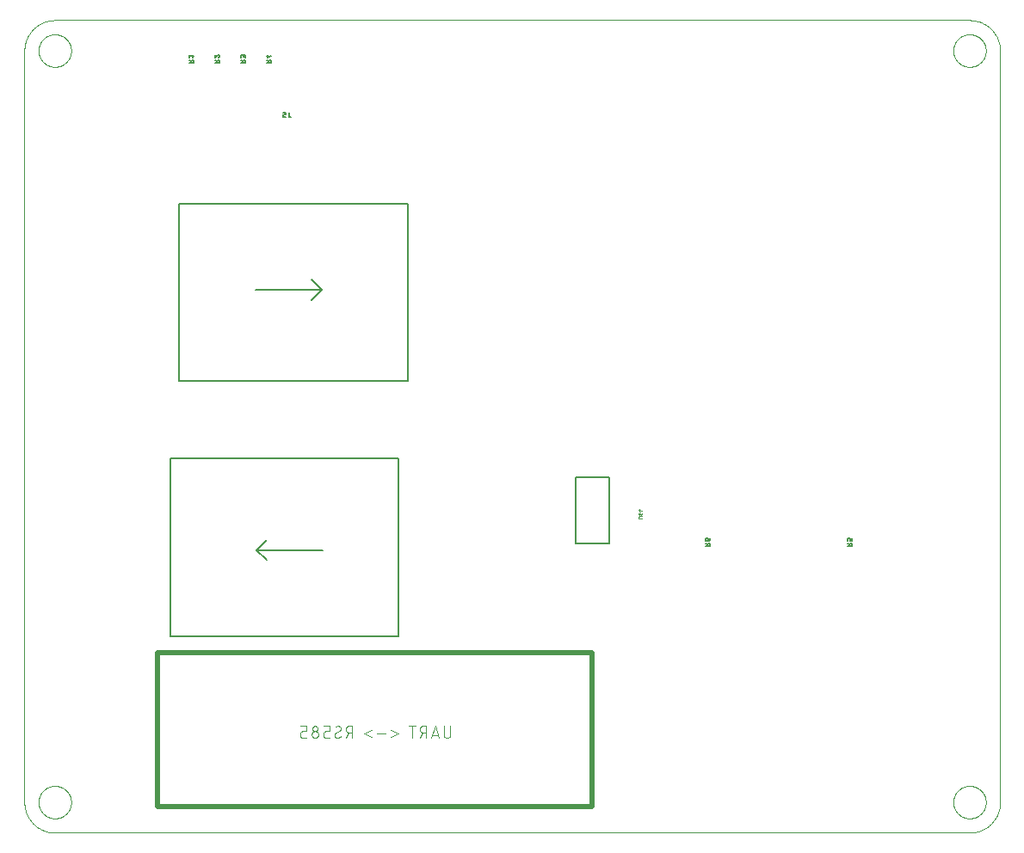
<source format=gbo>
G75*
%MOIN*%
%OFA0B0*%
%FSLAX25Y25*%
%IPPOS*%
%LPD*%
%AMOC8*
5,1,8,0,0,1.08239X$1,22.5*
%
%ADD10C,0.00000*%
%ADD11C,0.00500*%
%ADD12C,0.00800*%
%ADD13C,0.00100*%
%ADD14C,0.01969*%
%ADD15C,0.00400*%
D10*
X0015000Y0012811D02*
X0015000Y0304150D01*
X0020512Y0304150D02*
X0020514Y0304308D01*
X0020520Y0304466D01*
X0020530Y0304624D01*
X0020544Y0304782D01*
X0020562Y0304939D01*
X0020583Y0305096D01*
X0020609Y0305252D01*
X0020639Y0305408D01*
X0020672Y0305563D01*
X0020710Y0305716D01*
X0020751Y0305869D01*
X0020796Y0306021D01*
X0020845Y0306172D01*
X0020898Y0306321D01*
X0020954Y0306469D01*
X0021014Y0306615D01*
X0021078Y0306760D01*
X0021146Y0306903D01*
X0021217Y0307045D01*
X0021291Y0307185D01*
X0021369Y0307322D01*
X0021451Y0307458D01*
X0021535Y0307592D01*
X0021624Y0307723D01*
X0021715Y0307852D01*
X0021810Y0307979D01*
X0021907Y0308104D01*
X0022008Y0308226D01*
X0022112Y0308345D01*
X0022219Y0308462D01*
X0022329Y0308576D01*
X0022442Y0308687D01*
X0022557Y0308796D01*
X0022675Y0308901D01*
X0022796Y0309003D01*
X0022919Y0309103D01*
X0023045Y0309199D01*
X0023173Y0309292D01*
X0023303Y0309382D01*
X0023436Y0309468D01*
X0023571Y0309552D01*
X0023707Y0309631D01*
X0023846Y0309708D01*
X0023987Y0309780D01*
X0024129Y0309850D01*
X0024273Y0309915D01*
X0024419Y0309977D01*
X0024566Y0310035D01*
X0024715Y0310090D01*
X0024865Y0310141D01*
X0025016Y0310188D01*
X0025168Y0310231D01*
X0025321Y0310270D01*
X0025476Y0310306D01*
X0025631Y0310337D01*
X0025787Y0310365D01*
X0025943Y0310389D01*
X0026100Y0310409D01*
X0026258Y0310425D01*
X0026415Y0310437D01*
X0026574Y0310445D01*
X0026732Y0310449D01*
X0026890Y0310449D01*
X0027048Y0310445D01*
X0027207Y0310437D01*
X0027364Y0310425D01*
X0027522Y0310409D01*
X0027679Y0310389D01*
X0027835Y0310365D01*
X0027991Y0310337D01*
X0028146Y0310306D01*
X0028301Y0310270D01*
X0028454Y0310231D01*
X0028606Y0310188D01*
X0028757Y0310141D01*
X0028907Y0310090D01*
X0029056Y0310035D01*
X0029203Y0309977D01*
X0029349Y0309915D01*
X0029493Y0309850D01*
X0029635Y0309780D01*
X0029776Y0309708D01*
X0029915Y0309631D01*
X0030051Y0309552D01*
X0030186Y0309468D01*
X0030319Y0309382D01*
X0030449Y0309292D01*
X0030577Y0309199D01*
X0030703Y0309103D01*
X0030826Y0309003D01*
X0030947Y0308901D01*
X0031065Y0308796D01*
X0031180Y0308687D01*
X0031293Y0308576D01*
X0031403Y0308462D01*
X0031510Y0308345D01*
X0031614Y0308226D01*
X0031715Y0308104D01*
X0031812Y0307979D01*
X0031907Y0307852D01*
X0031998Y0307723D01*
X0032087Y0307592D01*
X0032171Y0307458D01*
X0032253Y0307322D01*
X0032331Y0307185D01*
X0032405Y0307045D01*
X0032476Y0306903D01*
X0032544Y0306760D01*
X0032608Y0306615D01*
X0032668Y0306469D01*
X0032724Y0306321D01*
X0032777Y0306172D01*
X0032826Y0306021D01*
X0032871Y0305869D01*
X0032912Y0305716D01*
X0032950Y0305563D01*
X0032983Y0305408D01*
X0033013Y0305252D01*
X0033039Y0305096D01*
X0033060Y0304939D01*
X0033078Y0304782D01*
X0033092Y0304624D01*
X0033102Y0304466D01*
X0033108Y0304308D01*
X0033110Y0304150D01*
X0033108Y0303992D01*
X0033102Y0303834D01*
X0033092Y0303676D01*
X0033078Y0303518D01*
X0033060Y0303361D01*
X0033039Y0303204D01*
X0033013Y0303048D01*
X0032983Y0302892D01*
X0032950Y0302737D01*
X0032912Y0302584D01*
X0032871Y0302431D01*
X0032826Y0302279D01*
X0032777Y0302128D01*
X0032724Y0301979D01*
X0032668Y0301831D01*
X0032608Y0301685D01*
X0032544Y0301540D01*
X0032476Y0301397D01*
X0032405Y0301255D01*
X0032331Y0301115D01*
X0032253Y0300978D01*
X0032171Y0300842D01*
X0032087Y0300708D01*
X0031998Y0300577D01*
X0031907Y0300448D01*
X0031812Y0300321D01*
X0031715Y0300196D01*
X0031614Y0300074D01*
X0031510Y0299955D01*
X0031403Y0299838D01*
X0031293Y0299724D01*
X0031180Y0299613D01*
X0031065Y0299504D01*
X0030947Y0299399D01*
X0030826Y0299297D01*
X0030703Y0299197D01*
X0030577Y0299101D01*
X0030449Y0299008D01*
X0030319Y0298918D01*
X0030186Y0298832D01*
X0030051Y0298748D01*
X0029915Y0298669D01*
X0029776Y0298592D01*
X0029635Y0298520D01*
X0029493Y0298450D01*
X0029349Y0298385D01*
X0029203Y0298323D01*
X0029056Y0298265D01*
X0028907Y0298210D01*
X0028757Y0298159D01*
X0028606Y0298112D01*
X0028454Y0298069D01*
X0028301Y0298030D01*
X0028146Y0297994D01*
X0027991Y0297963D01*
X0027835Y0297935D01*
X0027679Y0297911D01*
X0027522Y0297891D01*
X0027364Y0297875D01*
X0027207Y0297863D01*
X0027048Y0297855D01*
X0026890Y0297851D01*
X0026732Y0297851D01*
X0026574Y0297855D01*
X0026415Y0297863D01*
X0026258Y0297875D01*
X0026100Y0297891D01*
X0025943Y0297911D01*
X0025787Y0297935D01*
X0025631Y0297963D01*
X0025476Y0297994D01*
X0025321Y0298030D01*
X0025168Y0298069D01*
X0025016Y0298112D01*
X0024865Y0298159D01*
X0024715Y0298210D01*
X0024566Y0298265D01*
X0024419Y0298323D01*
X0024273Y0298385D01*
X0024129Y0298450D01*
X0023987Y0298520D01*
X0023846Y0298592D01*
X0023707Y0298669D01*
X0023571Y0298748D01*
X0023436Y0298832D01*
X0023303Y0298918D01*
X0023173Y0299008D01*
X0023045Y0299101D01*
X0022919Y0299197D01*
X0022796Y0299297D01*
X0022675Y0299399D01*
X0022557Y0299504D01*
X0022442Y0299613D01*
X0022329Y0299724D01*
X0022219Y0299838D01*
X0022112Y0299955D01*
X0022008Y0300074D01*
X0021907Y0300196D01*
X0021810Y0300321D01*
X0021715Y0300448D01*
X0021624Y0300577D01*
X0021535Y0300708D01*
X0021451Y0300842D01*
X0021369Y0300978D01*
X0021291Y0301115D01*
X0021217Y0301255D01*
X0021146Y0301397D01*
X0021078Y0301540D01*
X0021014Y0301685D01*
X0020954Y0301831D01*
X0020898Y0301979D01*
X0020845Y0302128D01*
X0020796Y0302279D01*
X0020751Y0302431D01*
X0020710Y0302584D01*
X0020672Y0302737D01*
X0020639Y0302892D01*
X0020609Y0303048D01*
X0020583Y0303204D01*
X0020562Y0303361D01*
X0020544Y0303518D01*
X0020530Y0303676D01*
X0020520Y0303834D01*
X0020514Y0303992D01*
X0020512Y0304150D01*
X0015000Y0304150D02*
X0015003Y0304435D01*
X0015014Y0304721D01*
X0015031Y0305006D01*
X0015055Y0305290D01*
X0015086Y0305574D01*
X0015124Y0305857D01*
X0015169Y0306138D01*
X0015220Y0306419D01*
X0015278Y0306699D01*
X0015343Y0306977D01*
X0015415Y0307253D01*
X0015493Y0307527D01*
X0015578Y0307800D01*
X0015670Y0308070D01*
X0015768Y0308338D01*
X0015872Y0308604D01*
X0015983Y0308867D01*
X0016100Y0309127D01*
X0016223Y0309385D01*
X0016353Y0309639D01*
X0016489Y0309890D01*
X0016630Y0310138D01*
X0016778Y0310382D01*
X0016931Y0310623D01*
X0017091Y0310859D01*
X0017256Y0311092D01*
X0017426Y0311321D01*
X0017602Y0311546D01*
X0017784Y0311766D01*
X0017970Y0311982D01*
X0018162Y0312193D01*
X0018359Y0312400D01*
X0018561Y0312602D01*
X0018768Y0312799D01*
X0018979Y0312991D01*
X0019195Y0313177D01*
X0019415Y0313359D01*
X0019640Y0313535D01*
X0019869Y0313705D01*
X0020102Y0313870D01*
X0020338Y0314030D01*
X0020579Y0314183D01*
X0020823Y0314331D01*
X0021071Y0314472D01*
X0021322Y0314608D01*
X0021576Y0314738D01*
X0021834Y0314861D01*
X0022094Y0314978D01*
X0022357Y0315089D01*
X0022623Y0315193D01*
X0022891Y0315291D01*
X0023161Y0315383D01*
X0023434Y0315468D01*
X0023708Y0315546D01*
X0023984Y0315618D01*
X0024262Y0315683D01*
X0024542Y0315741D01*
X0024823Y0315792D01*
X0025104Y0315837D01*
X0025387Y0315875D01*
X0025671Y0315906D01*
X0025955Y0315930D01*
X0026240Y0315947D01*
X0026526Y0315958D01*
X0026811Y0315961D01*
X0381142Y0315961D01*
X0374843Y0304150D02*
X0374845Y0304308D01*
X0374851Y0304466D01*
X0374861Y0304624D01*
X0374875Y0304782D01*
X0374893Y0304939D01*
X0374914Y0305096D01*
X0374940Y0305252D01*
X0374970Y0305408D01*
X0375003Y0305563D01*
X0375041Y0305716D01*
X0375082Y0305869D01*
X0375127Y0306021D01*
X0375176Y0306172D01*
X0375229Y0306321D01*
X0375285Y0306469D01*
X0375345Y0306615D01*
X0375409Y0306760D01*
X0375477Y0306903D01*
X0375548Y0307045D01*
X0375622Y0307185D01*
X0375700Y0307322D01*
X0375782Y0307458D01*
X0375866Y0307592D01*
X0375955Y0307723D01*
X0376046Y0307852D01*
X0376141Y0307979D01*
X0376238Y0308104D01*
X0376339Y0308226D01*
X0376443Y0308345D01*
X0376550Y0308462D01*
X0376660Y0308576D01*
X0376773Y0308687D01*
X0376888Y0308796D01*
X0377006Y0308901D01*
X0377127Y0309003D01*
X0377250Y0309103D01*
X0377376Y0309199D01*
X0377504Y0309292D01*
X0377634Y0309382D01*
X0377767Y0309468D01*
X0377902Y0309552D01*
X0378038Y0309631D01*
X0378177Y0309708D01*
X0378318Y0309780D01*
X0378460Y0309850D01*
X0378604Y0309915D01*
X0378750Y0309977D01*
X0378897Y0310035D01*
X0379046Y0310090D01*
X0379196Y0310141D01*
X0379347Y0310188D01*
X0379499Y0310231D01*
X0379652Y0310270D01*
X0379807Y0310306D01*
X0379962Y0310337D01*
X0380118Y0310365D01*
X0380274Y0310389D01*
X0380431Y0310409D01*
X0380589Y0310425D01*
X0380746Y0310437D01*
X0380905Y0310445D01*
X0381063Y0310449D01*
X0381221Y0310449D01*
X0381379Y0310445D01*
X0381538Y0310437D01*
X0381695Y0310425D01*
X0381853Y0310409D01*
X0382010Y0310389D01*
X0382166Y0310365D01*
X0382322Y0310337D01*
X0382477Y0310306D01*
X0382632Y0310270D01*
X0382785Y0310231D01*
X0382937Y0310188D01*
X0383088Y0310141D01*
X0383238Y0310090D01*
X0383387Y0310035D01*
X0383534Y0309977D01*
X0383680Y0309915D01*
X0383824Y0309850D01*
X0383966Y0309780D01*
X0384107Y0309708D01*
X0384246Y0309631D01*
X0384382Y0309552D01*
X0384517Y0309468D01*
X0384650Y0309382D01*
X0384780Y0309292D01*
X0384908Y0309199D01*
X0385034Y0309103D01*
X0385157Y0309003D01*
X0385278Y0308901D01*
X0385396Y0308796D01*
X0385511Y0308687D01*
X0385624Y0308576D01*
X0385734Y0308462D01*
X0385841Y0308345D01*
X0385945Y0308226D01*
X0386046Y0308104D01*
X0386143Y0307979D01*
X0386238Y0307852D01*
X0386329Y0307723D01*
X0386418Y0307592D01*
X0386502Y0307458D01*
X0386584Y0307322D01*
X0386662Y0307185D01*
X0386736Y0307045D01*
X0386807Y0306903D01*
X0386875Y0306760D01*
X0386939Y0306615D01*
X0386999Y0306469D01*
X0387055Y0306321D01*
X0387108Y0306172D01*
X0387157Y0306021D01*
X0387202Y0305869D01*
X0387243Y0305716D01*
X0387281Y0305563D01*
X0387314Y0305408D01*
X0387344Y0305252D01*
X0387370Y0305096D01*
X0387391Y0304939D01*
X0387409Y0304782D01*
X0387423Y0304624D01*
X0387433Y0304466D01*
X0387439Y0304308D01*
X0387441Y0304150D01*
X0387439Y0303992D01*
X0387433Y0303834D01*
X0387423Y0303676D01*
X0387409Y0303518D01*
X0387391Y0303361D01*
X0387370Y0303204D01*
X0387344Y0303048D01*
X0387314Y0302892D01*
X0387281Y0302737D01*
X0387243Y0302584D01*
X0387202Y0302431D01*
X0387157Y0302279D01*
X0387108Y0302128D01*
X0387055Y0301979D01*
X0386999Y0301831D01*
X0386939Y0301685D01*
X0386875Y0301540D01*
X0386807Y0301397D01*
X0386736Y0301255D01*
X0386662Y0301115D01*
X0386584Y0300978D01*
X0386502Y0300842D01*
X0386418Y0300708D01*
X0386329Y0300577D01*
X0386238Y0300448D01*
X0386143Y0300321D01*
X0386046Y0300196D01*
X0385945Y0300074D01*
X0385841Y0299955D01*
X0385734Y0299838D01*
X0385624Y0299724D01*
X0385511Y0299613D01*
X0385396Y0299504D01*
X0385278Y0299399D01*
X0385157Y0299297D01*
X0385034Y0299197D01*
X0384908Y0299101D01*
X0384780Y0299008D01*
X0384650Y0298918D01*
X0384517Y0298832D01*
X0384382Y0298748D01*
X0384246Y0298669D01*
X0384107Y0298592D01*
X0383966Y0298520D01*
X0383824Y0298450D01*
X0383680Y0298385D01*
X0383534Y0298323D01*
X0383387Y0298265D01*
X0383238Y0298210D01*
X0383088Y0298159D01*
X0382937Y0298112D01*
X0382785Y0298069D01*
X0382632Y0298030D01*
X0382477Y0297994D01*
X0382322Y0297963D01*
X0382166Y0297935D01*
X0382010Y0297911D01*
X0381853Y0297891D01*
X0381695Y0297875D01*
X0381538Y0297863D01*
X0381379Y0297855D01*
X0381221Y0297851D01*
X0381063Y0297851D01*
X0380905Y0297855D01*
X0380746Y0297863D01*
X0380589Y0297875D01*
X0380431Y0297891D01*
X0380274Y0297911D01*
X0380118Y0297935D01*
X0379962Y0297963D01*
X0379807Y0297994D01*
X0379652Y0298030D01*
X0379499Y0298069D01*
X0379347Y0298112D01*
X0379196Y0298159D01*
X0379046Y0298210D01*
X0378897Y0298265D01*
X0378750Y0298323D01*
X0378604Y0298385D01*
X0378460Y0298450D01*
X0378318Y0298520D01*
X0378177Y0298592D01*
X0378038Y0298669D01*
X0377902Y0298748D01*
X0377767Y0298832D01*
X0377634Y0298918D01*
X0377504Y0299008D01*
X0377376Y0299101D01*
X0377250Y0299197D01*
X0377127Y0299297D01*
X0377006Y0299399D01*
X0376888Y0299504D01*
X0376773Y0299613D01*
X0376660Y0299724D01*
X0376550Y0299838D01*
X0376443Y0299955D01*
X0376339Y0300074D01*
X0376238Y0300196D01*
X0376141Y0300321D01*
X0376046Y0300448D01*
X0375955Y0300577D01*
X0375866Y0300708D01*
X0375782Y0300842D01*
X0375700Y0300978D01*
X0375622Y0301115D01*
X0375548Y0301255D01*
X0375477Y0301397D01*
X0375409Y0301540D01*
X0375345Y0301685D01*
X0375285Y0301831D01*
X0375229Y0301979D01*
X0375176Y0302128D01*
X0375127Y0302279D01*
X0375082Y0302431D01*
X0375041Y0302584D01*
X0375003Y0302737D01*
X0374970Y0302892D01*
X0374940Y0303048D01*
X0374914Y0303204D01*
X0374893Y0303361D01*
X0374875Y0303518D01*
X0374861Y0303676D01*
X0374851Y0303834D01*
X0374845Y0303992D01*
X0374843Y0304150D01*
X0381142Y0315961D02*
X0381427Y0315958D01*
X0381713Y0315947D01*
X0381998Y0315930D01*
X0382282Y0315906D01*
X0382566Y0315875D01*
X0382849Y0315837D01*
X0383130Y0315792D01*
X0383411Y0315741D01*
X0383691Y0315683D01*
X0383969Y0315618D01*
X0384245Y0315546D01*
X0384519Y0315468D01*
X0384792Y0315383D01*
X0385062Y0315291D01*
X0385330Y0315193D01*
X0385596Y0315089D01*
X0385859Y0314978D01*
X0386119Y0314861D01*
X0386377Y0314738D01*
X0386631Y0314608D01*
X0386882Y0314472D01*
X0387130Y0314331D01*
X0387374Y0314183D01*
X0387615Y0314030D01*
X0387851Y0313870D01*
X0388084Y0313705D01*
X0388313Y0313535D01*
X0388538Y0313359D01*
X0388758Y0313177D01*
X0388974Y0312991D01*
X0389185Y0312799D01*
X0389392Y0312602D01*
X0389594Y0312400D01*
X0389791Y0312193D01*
X0389983Y0311982D01*
X0390169Y0311766D01*
X0390351Y0311546D01*
X0390527Y0311321D01*
X0390697Y0311092D01*
X0390862Y0310859D01*
X0391022Y0310623D01*
X0391175Y0310382D01*
X0391323Y0310138D01*
X0391464Y0309890D01*
X0391600Y0309639D01*
X0391730Y0309385D01*
X0391853Y0309127D01*
X0391970Y0308867D01*
X0392081Y0308604D01*
X0392185Y0308338D01*
X0392283Y0308070D01*
X0392375Y0307800D01*
X0392460Y0307527D01*
X0392538Y0307253D01*
X0392610Y0306977D01*
X0392675Y0306699D01*
X0392733Y0306419D01*
X0392784Y0306138D01*
X0392829Y0305857D01*
X0392867Y0305574D01*
X0392898Y0305290D01*
X0392922Y0305006D01*
X0392939Y0304721D01*
X0392950Y0304435D01*
X0392953Y0304150D01*
X0392953Y0012811D01*
X0374843Y0012811D02*
X0374845Y0012969D01*
X0374851Y0013127D01*
X0374861Y0013285D01*
X0374875Y0013443D01*
X0374893Y0013600D01*
X0374914Y0013757D01*
X0374940Y0013913D01*
X0374970Y0014069D01*
X0375003Y0014224D01*
X0375041Y0014377D01*
X0375082Y0014530D01*
X0375127Y0014682D01*
X0375176Y0014833D01*
X0375229Y0014982D01*
X0375285Y0015130D01*
X0375345Y0015276D01*
X0375409Y0015421D01*
X0375477Y0015564D01*
X0375548Y0015706D01*
X0375622Y0015846D01*
X0375700Y0015983D01*
X0375782Y0016119D01*
X0375866Y0016253D01*
X0375955Y0016384D01*
X0376046Y0016513D01*
X0376141Y0016640D01*
X0376238Y0016765D01*
X0376339Y0016887D01*
X0376443Y0017006D01*
X0376550Y0017123D01*
X0376660Y0017237D01*
X0376773Y0017348D01*
X0376888Y0017457D01*
X0377006Y0017562D01*
X0377127Y0017664D01*
X0377250Y0017764D01*
X0377376Y0017860D01*
X0377504Y0017953D01*
X0377634Y0018043D01*
X0377767Y0018129D01*
X0377902Y0018213D01*
X0378038Y0018292D01*
X0378177Y0018369D01*
X0378318Y0018441D01*
X0378460Y0018511D01*
X0378604Y0018576D01*
X0378750Y0018638D01*
X0378897Y0018696D01*
X0379046Y0018751D01*
X0379196Y0018802D01*
X0379347Y0018849D01*
X0379499Y0018892D01*
X0379652Y0018931D01*
X0379807Y0018967D01*
X0379962Y0018998D01*
X0380118Y0019026D01*
X0380274Y0019050D01*
X0380431Y0019070D01*
X0380589Y0019086D01*
X0380746Y0019098D01*
X0380905Y0019106D01*
X0381063Y0019110D01*
X0381221Y0019110D01*
X0381379Y0019106D01*
X0381538Y0019098D01*
X0381695Y0019086D01*
X0381853Y0019070D01*
X0382010Y0019050D01*
X0382166Y0019026D01*
X0382322Y0018998D01*
X0382477Y0018967D01*
X0382632Y0018931D01*
X0382785Y0018892D01*
X0382937Y0018849D01*
X0383088Y0018802D01*
X0383238Y0018751D01*
X0383387Y0018696D01*
X0383534Y0018638D01*
X0383680Y0018576D01*
X0383824Y0018511D01*
X0383966Y0018441D01*
X0384107Y0018369D01*
X0384246Y0018292D01*
X0384382Y0018213D01*
X0384517Y0018129D01*
X0384650Y0018043D01*
X0384780Y0017953D01*
X0384908Y0017860D01*
X0385034Y0017764D01*
X0385157Y0017664D01*
X0385278Y0017562D01*
X0385396Y0017457D01*
X0385511Y0017348D01*
X0385624Y0017237D01*
X0385734Y0017123D01*
X0385841Y0017006D01*
X0385945Y0016887D01*
X0386046Y0016765D01*
X0386143Y0016640D01*
X0386238Y0016513D01*
X0386329Y0016384D01*
X0386418Y0016253D01*
X0386502Y0016119D01*
X0386584Y0015983D01*
X0386662Y0015846D01*
X0386736Y0015706D01*
X0386807Y0015564D01*
X0386875Y0015421D01*
X0386939Y0015276D01*
X0386999Y0015130D01*
X0387055Y0014982D01*
X0387108Y0014833D01*
X0387157Y0014682D01*
X0387202Y0014530D01*
X0387243Y0014377D01*
X0387281Y0014224D01*
X0387314Y0014069D01*
X0387344Y0013913D01*
X0387370Y0013757D01*
X0387391Y0013600D01*
X0387409Y0013443D01*
X0387423Y0013285D01*
X0387433Y0013127D01*
X0387439Y0012969D01*
X0387441Y0012811D01*
X0387439Y0012653D01*
X0387433Y0012495D01*
X0387423Y0012337D01*
X0387409Y0012179D01*
X0387391Y0012022D01*
X0387370Y0011865D01*
X0387344Y0011709D01*
X0387314Y0011553D01*
X0387281Y0011398D01*
X0387243Y0011245D01*
X0387202Y0011092D01*
X0387157Y0010940D01*
X0387108Y0010789D01*
X0387055Y0010640D01*
X0386999Y0010492D01*
X0386939Y0010346D01*
X0386875Y0010201D01*
X0386807Y0010058D01*
X0386736Y0009916D01*
X0386662Y0009776D01*
X0386584Y0009639D01*
X0386502Y0009503D01*
X0386418Y0009369D01*
X0386329Y0009238D01*
X0386238Y0009109D01*
X0386143Y0008982D01*
X0386046Y0008857D01*
X0385945Y0008735D01*
X0385841Y0008616D01*
X0385734Y0008499D01*
X0385624Y0008385D01*
X0385511Y0008274D01*
X0385396Y0008165D01*
X0385278Y0008060D01*
X0385157Y0007958D01*
X0385034Y0007858D01*
X0384908Y0007762D01*
X0384780Y0007669D01*
X0384650Y0007579D01*
X0384517Y0007493D01*
X0384382Y0007409D01*
X0384246Y0007330D01*
X0384107Y0007253D01*
X0383966Y0007181D01*
X0383824Y0007111D01*
X0383680Y0007046D01*
X0383534Y0006984D01*
X0383387Y0006926D01*
X0383238Y0006871D01*
X0383088Y0006820D01*
X0382937Y0006773D01*
X0382785Y0006730D01*
X0382632Y0006691D01*
X0382477Y0006655D01*
X0382322Y0006624D01*
X0382166Y0006596D01*
X0382010Y0006572D01*
X0381853Y0006552D01*
X0381695Y0006536D01*
X0381538Y0006524D01*
X0381379Y0006516D01*
X0381221Y0006512D01*
X0381063Y0006512D01*
X0380905Y0006516D01*
X0380746Y0006524D01*
X0380589Y0006536D01*
X0380431Y0006552D01*
X0380274Y0006572D01*
X0380118Y0006596D01*
X0379962Y0006624D01*
X0379807Y0006655D01*
X0379652Y0006691D01*
X0379499Y0006730D01*
X0379347Y0006773D01*
X0379196Y0006820D01*
X0379046Y0006871D01*
X0378897Y0006926D01*
X0378750Y0006984D01*
X0378604Y0007046D01*
X0378460Y0007111D01*
X0378318Y0007181D01*
X0378177Y0007253D01*
X0378038Y0007330D01*
X0377902Y0007409D01*
X0377767Y0007493D01*
X0377634Y0007579D01*
X0377504Y0007669D01*
X0377376Y0007762D01*
X0377250Y0007858D01*
X0377127Y0007958D01*
X0377006Y0008060D01*
X0376888Y0008165D01*
X0376773Y0008274D01*
X0376660Y0008385D01*
X0376550Y0008499D01*
X0376443Y0008616D01*
X0376339Y0008735D01*
X0376238Y0008857D01*
X0376141Y0008982D01*
X0376046Y0009109D01*
X0375955Y0009238D01*
X0375866Y0009369D01*
X0375782Y0009503D01*
X0375700Y0009639D01*
X0375622Y0009776D01*
X0375548Y0009916D01*
X0375477Y0010058D01*
X0375409Y0010201D01*
X0375345Y0010346D01*
X0375285Y0010492D01*
X0375229Y0010640D01*
X0375176Y0010789D01*
X0375127Y0010940D01*
X0375082Y0011092D01*
X0375041Y0011245D01*
X0375003Y0011398D01*
X0374970Y0011553D01*
X0374940Y0011709D01*
X0374914Y0011865D01*
X0374893Y0012022D01*
X0374875Y0012179D01*
X0374861Y0012337D01*
X0374851Y0012495D01*
X0374845Y0012653D01*
X0374843Y0012811D01*
X0381142Y0001000D02*
X0381427Y0001003D01*
X0381713Y0001014D01*
X0381998Y0001031D01*
X0382282Y0001055D01*
X0382566Y0001086D01*
X0382849Y0001124D01*
X0383130Y0001169D01*
X0383411Y0001220D01*
X0383691Y0001278D01*
X0383969Y0001343D01*
X0384245Y0001415D01*
X0384519Y0001493D01*
X0384792Y0001578D01*
X0385062Y0001670D01*
X0385330Y0001768D01*
X0385596Y0001872D01*
X0385859Y0001983D01*
X0386119Y0002100D01*
X0386377Y0002223D01*
X0386631Y0002353D01*
X0386882Y0002489D01*
X0387130Y0002630D01*
X0387374Y0002778D01*
X0387615Y0002931D01*
X0387851Y0003091D01*
X0388084Y0003256D01*
X0388313Y0003426D01*
X0388538Y0003602D01*
X0388758Y0003784D01*
X0388974Y0003970D01*
X0389185Y0004162D01*
X0389392Y0004359D01*
X0389594Y0004561D01*
X0389791Y0004768D01*
X0389983Y0004979D01*
X0390169Y0005195D01*
X0390351Y0005415D01*
X0390527Y0005640D01*
X0390697Y0005869D01*
X0390862Y0006102D01*
X0391022Y0006338D01*
X0391175Y0006579D01*
X0391323Y0006823D01*
X0391464Y0007071D01*
X0391600Y0007322D01*
X0391730Y0007576D01*
X0391853Y0007834D01*
X0391970Y0008094D01*
X0392081Y0008357D01*
X0392185Y0008623D01*
X0392283Y0008891D01*
X0392375Y0009161D01*
X0392460Y0009434D01*
X0392538Y0009708D01*
X0392610Y0009984D01*
X0392675Y0010262D01*
X0392733Y0010542D01*
X0392784Y0010823D01*
X0392829Y0011104D01*
X0392867Y0011387D01*
X0392898Y0011671D01*
X0392922Y0011955D01*
X0392939Y0012240D01*
X0392950Y0012526D01*
X0392953Y0012811D01*
X0381142Y0001000D02*
X0026811Y0001000D01*
X0020512Y0012811D02*
X0020514Y0012969D01*
X0020520Y0013127D01*
X0020530Y0013285D01*
X0020544Y0013443D01*
X0020562Y0013600D01*
X0020583Y0013757D01*
X0020609Y0013913D01*
X0020639Y0014069D01*
X0020672Y0014224D01*
X0020710Y0014377D01*
X0020751Y0014530D01*
X0020796Y0014682D01*
X0020845Y0014833D01*
X0020898Y0014982D01*
X0020954Y0015130D01*
X0021014Y0015276D01*
X0021078Y0015421D01*
X0021146Y0015564D01*
X0021217Y0015706D01*
X0021291Y0015846D01*
X0021369Y0015983D01*
X0021451Y0016119D01*
X0021535Y0016253D01*
X0021624Y0016384D01*
X0021715Y0016513D01*
X0021810Y0016640D01*
X0021907Y0016765D01*
X0022008Y0016887D01*
X0022112Y0017006D01*
X0022219Y0017123D01*
X0022329Y0017237D01*
X0022442Y0017348D01*
X0022557Y0017457D01*
X0022675Y0017562D01*
X0022796Y0017664D01*
X0022919Y0017764D01*
X0023045Y0017860D01*
X0023173Y0017953D01*
X0023303Y0018043D01*
X0023436Y0018129D01*
X0023571Y0018213D01*
X0023707Y0018292D01*
X0023846Y0018369D01*
X0023987Y0018441D01*
X0024129Y0018511D01*
X0024273Y0018576D01*
X0024419Y0018638D01*
X0024566Y0018696D01*
X0024715Y0018751D01*
X0024865Y0018802D01*
X0025016Y0018849D01*
X0025168Y0018892D01*
X0025321Y0018931D01*
X0025476Y0018967D01*
X0025631Y0018998D01*
X0025787Y0019026D01*
X0025943Y0019050D01*
X0026100Y0019070D01*
X0026258Y0019086D01*
X0026415Y0019098D01*
X0026574Y0019106D01*
X0026732Y0019110D01*
X0026890Y0019110D01*
X0027048Y0019106D01*
X0027207Y0019098D01*
X0027364Y0019086D01*
X0027522Y0019070D01*
X0027679Y0019050D01*
X0027835Y0019026D01*
X0027991Y0018998D01*
X0028146Y0018967D01*
X0028301Y0018931D01*
X0028454Y0018892D01*
X0028606Y0018849D01*
X0028757Y0018802D01*
X0028907Y0018751D01*
X0029056Y0018696D01*
X0029203Y0018638D01*
X0029349Y0018576D01*
X0029493Y0018511D01*
X0029635Y0018441D01*
X0029776Y0018369D01*
X0029915Y0018292D01*
X0030051Y0018213D01*
X0030186Y0018129D01*
X0030319Y0018043D01*
X0030449Y0017953D01*
X0030577Y0017860D01*
X0030703Y0017764D01*
X0030826Y0017664D01*
X0030947Y0017562D01*
X0031065Y0017457D01*
X0031180Y0017348D01*
X0031293Y0017237D01*
X0031403Y0017123D01*
X0031510Y0017006D01*
X0031614Y0016887D01*
X0031715Y0016765D01*
X0031812Y0016640D01*
X0031907Y0016513D01*
X0031998Y0016384D01*
X0032087Y0016253D01*
X0032171Y0016119D01*
X0032253Y0015983D01*
X0032331Y0015846D01*
X0032405Y0015706D01*
X0032476Y0015564D01*
X0032544Y0015421D01*
X0032608Y0015276D01*
X0032668Y0015130D01*
X0032724Y0014982D01*
X0032777Y0014833D01*
X0032826Y0014682D01*
X0032871Y0014530D01*
X0032912Y0014377D01*
X0032950Y0014224D01*
X0032983Y0014069D01*
X0033013Y0013913D01*
X0033039Y0013757D01*
X0033060Y0013600D01*
X0033078Y0013443D01*
X0033092Y0013285D01*
X0033102Y0013127D01*
X0033108Y0012969D01*
X0033110Y0012811D01*
X0033108Y0012653D01*
X0033102Y0012495D01*
X0033092Y0012337D01*
X0033078Y0012179D01*
X0033060Y0012022D01*
X0033039Y0011865D01*
X0033013Y0011709D01*
X0032983Y0011553D01*
X0032950Y0011398D01*
X0032912Y0011245D01*
X0032871Y0011092D01*
X0032826Y0010940D01*
X0032777Y0010789D01*
X0032724Y0010640D01*
X0032668Y0010492D01*
X0032608Y0010346D01*
X0032544Y0010201D01*
X0032476Y0010058D01*
X0032405Y0009916D01*
X0032331Y0009776D01*
X0032253Y0009639D01*
X0032171Y0009503D01*
X0032087Y0009369D01*
X0031998Y0009238D01*
X0031907Y0009109D01*
X0031812Y0008982D01*
X0031715Y0008857D01*
X0031614Y0008735D01*
X0031510Y0008616D01*
X0031403Y0008499D01*
X0031293Y0008385D01*
X0031180Y0008274D01*
X0031065Y0008165D01*
X0030947Y0008060D01*
X0030826Y0007958D01*
X0030703Y0007858D01*
X0030577Y0007762D01*
X0030449Y0007669D01*
X0030319Y0007579D01*
X0030186Y0007493D01*
X0030051Y0007409D01*
X0029915Y0007330D01*
X0029776Y0007253D01*
X0029635Y0007181D01*
X0029493Y0007111D01*
X0029349Y0007046D01*
X0029203Y0006984D01*
X0029056Y0006926D01*
X0028907Y0006871D01*
X0028757Y0006820D01*
X0028606Y0006773D01*
X0028454Y0006730D01*
X0028301Y0006691D01*
X0028146Y0006655D01*
X0027991Y0006624D01*
X0027835Y0006596D01*
X0027679Y0006572D01*
X0027522Y0006552D01*
X0027364Y0006536D01*
X0027207Y0006524D01*
X0027048Y0006516D01*
X0026890Y0006512D01*
X0026732Y0006512D01*
X0026574Y0006516D01*
X0026415Y0006524D01*
X0026258Y0006536D01*
X0026100Y0006552D01*
X0025943Y0006572D01*
X0025787Y0006596D01*
X0025631Y0006624D01*
X0025476Y0006655D01*
X0025321Y0006691D01*
X0025168Y0006730D01*
X0025016Y0006773D01*
X0024865Y0006820D01*
X0024715Y0006871D01*
X0024566Y0006926D01*
X0024419Y0006984D01*
X0024273Y0007046D01*
X0024129Y0007111D01*
X0023987Y0007181D01*
X0023846Y0007253D01*
X0023707Y0007330D01*
X0023571Y0007409D01*
X0023436Y0007493D01*
X0023303Y0007579D01*
X0023173Y0007669D01*
X0023045Y0007762D01*
X0022919Y0007858D01*
X0022796Y0007958D01*
X0022675Y0008060D01*
X0022557Y0008165D01*
X0022442Y0008274D01*
X0022329Y0008385D01*
X0022219Y0008499D01*
X0022112Y0008616D01*
X0022008Y0008735D01*
X0021907Y0008857D01*
X0021810Y0008982D01*
X0021715Y0009109D01*
X0021624Y0009238D01*
X0021535Y0009369D01*
X0021451Y0009503D01*
X0021369Y0009639D01*
X0021291Y0009776D01*
X0021217Y0009916D01*
X0021146Y0010058D01*
X0021078Y0010201D01*
X0021014Y0010346D01*
X0020954Y0010492D01*
X0020898Y0010640D01*
X0020845Y0010789D01*
X0020796Y0010940D01*
X0020751Y0011092D01*
X0020710Y0011245D01*
X0020672Y0011398D01*
X0020639Y0011553D01*
X0020609Y0011709D01*
X0020583Y0011865D01*
X0020562Y0012022D01*
X0020544Y0012179D01*
X0020530Y0012337D01*
X0020520Y0012495D01*
X0020514Y0012653D01*
X0020512Y0012811D01*
X0015000Y0012811D02*
X0015003Y0012526D01*
X0015014Y0012240D01*
X0015031Y0011955D01*
X0015055Y0011671D01*
X0015086Y0011387D01*
X0015124Y0011104D01*
X0015169Y0010823D01*
X0015220Y0010542D01*
X0015278Y0010262D01*
X0015343Y0009984D01*
X0015415Y0009708D01*
X0015493Y0009434D01*
X0015578Y0009161D01*
X0015670Y0008891D01*
X0015768Y0008623D01*
X0015872Y0008357D01*
X0015983Y0008094D01*
X0016100Y0007834D01*
X0016223Y0007576D01*
X0016353Y0007322D01*
X0016489Y0007071D01*
X0016630Y0006823D01*
X0016778Y0006579D01*
X0016931Y0006338D01*
X0017091Y0006102D01*
X0017256Y0005869D01*
X0017426Y0005640D01*
X0017602Y0005415D01*
X0017784Y0005195D01*
X0017970Y0004979D01*
X0018162Y0004768D01*
X0018359Y0004561D01*
X0018561Y0004359D01*
X0018768Y0004162D01*
X0018979Y0003970D01*
X0019195Y0003784D01*
X0019415Y0003602D01*
X0019640Y0003426D01*
X0019869Y0003256D01*
X0020102Y0003091D01*
X0020338Y0002931D01*
X0020579Y0002778D01*
X0020823Y0002630D01*
X0021071Y0002489D01*
X0021322Y0002353D01*
X0021576Y0002223D01*
X0021834Y0002100D01*
X0022094Y0001983D01*
X0022357Y0001872D01*
X0022623Y0001768D01*
X0022891Y0001670D01*
X0023161Y0001578D01*
X0023434Y0001493D01*
X0023708Y0001415D01*
X0023984Y0001343D01*
X0024262Y0001278D01*
X0024542Y0001220D01*
X0024823Y0001169D01*
X0025104Y0001124D01*
X0025387Y0001086D01*
X0025671Y0001055D01*
X0025955Y0001031D01*
X0026240Y0001014D01*
X0026526Y0001003D01*
X0026811Y0001000D01*
D11*
X0071417Y0077102D02*
X0071417Y0146000D01*
X0160000Y0146000D01*
X0160000Y0077102D01*
X0071417Y0077102D01*
X0104882Y0110567D02*
X0108819Y0106630D01*
X0104882Y0110567D02*
X0108819Y0114504D01*
X0104882Y0110567D02*
X0130472Y0110567D01*
X0163583Y0176000D02*
X0075000Y0176000D01*
X0075000Y0244898D01*
X0163583Y0244898D01*
X0163583Y0176000D01*
X0130118Y0211433D02*
X0126181Y0207496D01*
X0130118Y0211433D02*
X0126181Y0215370D01*
X0130118Y0211433D02*
X0104528Y0211433D01*
X0115672Y0278350D02*
X0116306Y0278350D01*
X0115672Y0278350D02*
X0115633Y0278352D01*
X0115594Y0278357D01*
X0115557Y0278366D01*
X0115520Y0278378D01*
X0115484Y0278394D01*
X0115450Y0278413D01*
X0115418Y0278435D01*
X0115388Y0278460D01*
X0115360Y0278488D01*
X0115335Y0278518D01*
X0115313Y0278550D01*
X0115294Y0278584D01*
X0115278Y0278620D01*
X0115266Y0278657D01*
X0115257Y0278694D01*
X0115252Y0278733D01*
X0115250Y0278772D01*
X0115250Y0278983D01*
X0115252Y0279022D01*
X0115257Y0279061D01*
X0115266Y0279098D01*
X0115278Y0279135D01*
X0115294Y0279171D01*
X0115313Y0279205D01*
X0115335Y0279237D01*
X0115360Y0279267D01*
X0115388Y0279295D01*
X0115418Y0279320D01*
X0115450Y0279342D01*
X0115484Y0279361D01*
X0115520Y0279377D01*
X0115557Y0279389D01*
X0115594Y0279398D01*
X0115633Y0279403D01*
X0115672Y0279405D01*
X0115672Y0279406D02*
X0116306Y0279406D01*
X0116306Y0280250D01*
X0115250Y0280250D01*
X0117466Y0280250D02*
X0117466Y0278772D01*
X0117468Y0278733D01*
X0117473Y0278694D01*
X0117482Y0278657D01*
X0117494Y0278620D01*
X0117510Y0278584D01*
X0117529Y0278550D01*
X0117551Y0278518D01*
X0117576Y0278488D01*
X0117604Y0278460D01*
X0117634Y0278435D01*
X0117666Y0278413D01*
X0117700Y0278394D01*
X0117736Y0278378D01*
X0117773Y0278366D01*
X0117810Y0278357D01*
X0117849Y0278352D01*
X0117888Y0278350D01*
X0118099Y0278350D01*
X0110650Y0299405D02*
X0108750Y0299405D01*
X0109594Y0299405D02*
X0109594Y0299933D01*
X0109594Y0300038D02*
X0108750Y0300460D01*
X0109172Y0301540D02*
X0109172Y0302595D01*
X0109594Y0302279D02*
X0108750Y0302279D01*
X0109172Y0301540D02*
X0110650Y0301962D01*
X0110650Y0299933D02*
X0110650Y0299405D01*
X0110650Y0299933D02*
X0110648Y0299978D01*
X0110642Y0300022D01*
X0110633Y0300066D01*
X0110620Y0300109D01*
X0110603Y0300150D01*
X0110583Y0300191D01*
X0110559Y0300229D01*
X0110533Y0300265D01*
X0110503Y0300298D01*
X0110471Y0300329D01*
X0110436Y0300358D01*
X0110399Y0300383D01*
X0110360Y0300404D01*
X0110319Y0300423D01*
X0110277Y0300438D01*
X0110233Y0300449D01*
X0110189Y0300457D01*
X0110144Y0300461D01*
X0110100Y0300461D01*
X0110055Y0300457D01*
X0110011Y0300449D01*
X0109967Y0300438D01*
X0109925Y0300423D01*
X0109884Y0300404D01*
X0109845Y0300383D01*
X0109808Y0300358D01*
X0109773Y0300329D01*
X0109741Y0300298D01*
X0109711Y0300265D01*
X0109685Y0300229D01*
X0109661Y0300191D01*
X0109641Y0300150D01*
X0109624Y0300109D01*
X0109611Y0300066D01*
X0109602Y0300022D01*
X0109596Y0299978D01*
X0109594Y0299933D01*
X0100650Y0299933D02*
X0100650Y0299405D01*
X0098750Y0299405D01*
X0099594Y0299405D02*
X0099594Y0299933D01*
X0099594Y0300038D02*
X0098750Y0300460D01*
X0098750Y0301540D02*
X0098750Y0302067D01*
X0098752Y0302112D01*
X0098758Y0302156D01*
X0098767Y0302200D01*
X0098780Y0302243D01*
X0098797Y0302284D01*
X0098817Y0302325D01*
X0098841Y0302363D01*
X0098867Y0302399D01*
X0098897Y0302432D01*
X0098929Y0302463D01*
X0098964Y0302492D01*
X0099001Y0302517D01*
X0099040Y0302538D01*
X0099081Y0302557D01*
X0099123Y0302572D01*
X0099167Y0302583D01*
X0099211Y0302591D01*
X0099256Y0302595D01*
X0099300Y0302595D01*
X0099345Y0302591D01*
X0099389Y0302583D01*
X0099433Y0302572D01*
X0099475Y0302557D01*
X0099516Y0302538D01*
X0099555Y0302517D01*
X0099592Y0302492D01*
X0099627Y0302463D01*
X0099659Y0302432D01*
X0099689Y0302399D01*
X0099715Y0302363D01*
X0099739Y0302325D01*
X0099759Y0302284D01*
X0099776Y0302243D01*
X0099789Y0302200D01*
X0099798Y0302156D01*
X0099804Y0302112D01*
X0099806Y0302067D01*
X0099806Y0302173D02*
X0099806Y0301751D01*
X0099806Y0302173D02*
X0099808Y0302213D01*
X0099814Y0302253D01*
X0099823Y0302292D01*
X0099836Y0302330D01*
X0099853Y0302366D01*
X0099873Y0302401D01*
X0099896Y0302434D01*
X0099923Y0302464D01*
X0099952Y0302492D01*
X0099983Y0302517D01*
X0100017Y0302538D01*
X0100053Y0302557D01*
X0100090Y0302572D01*
X0100129Y0302583D01*
X0100168Y0302591D01*
X0100208Y0302595D01*
X0100248Y0302595D01*
X0100288Y0302591D01*
X0100327Y0302583D01*
X0100366Y0302572D01*
X0100403Y0302557D01*
X0100439Y0302538D01*
X0100473Y0302517D01*
X0100504Y0302492D01*
X0100533Y0302464D01*
X0100560Y0302434D01*
X0100583Y0302401D01*
X0100603Y0302366D01*
X0100620Y0302330D01*
X0100633Y0302292D01*
X0100642Y0302253D01*
X0100648Y0302213D01*
X0100650Y0302173D01*
X0100650Y0301540D01*
X0100650Y0299933D02*
X0100648Y0299978D01*
X0100642Y0300022D01*
X0100633Y0300066D01*
X0100620Y0300109D01*
X0100603Y0300150D01*
X0100583Y0300191D01*
X0100559Y0300229D01*
X0100533Y0300265D01*
X0100503Y0300298D01*
X0100471Y0300329D01*
X0100436Y0300358D01*
X0100399Y0300383D01*
X0100360Y0300404D01*
X0100319Y0300423D01*
X0100277Y0300438D01*
X0100233Y0300449D01*
X0100189Y0300457D01*
X0100144Y0300461D01*
X0100100Y0300461D01*
X0100055Y0300457D01*
X0100011Y0300449D01*
X0099967Y0300438D01*
X0099925Y0300423D01*
X0099884Y0300404D01*
X0099845Y0300383D01*
X0099808Y0300358D01*
X0099773Y0300329D01*
X0099741Y0300298D01*
X0099711Y0300265D01*
X0099685Y0300229D01*
X0099661Y0300191D01*
X0099641Y0300150D01*
X0099624Y0300109D01*
X0099611Y0300066D01*
X0099602Y0300022D01*
X0099596Y0299978D01*
X0099594Y0299933D01*
X0090650Y0299933D02*
X0090650Y0299405D01*
X0088750Y0299405D01*
X0089594Y0299405D02*
X0089594Y0299933D01*
X0089594Y0300038D02*
X0088750Y0300460D01*
X0088750Y0301540D02*
X0088750Y0302595D01*
X0088750Y0301540D02*
X0089806Y0302437D01*
X0090650Y0302120D02*
X0090648Y0302072D01*
X0090642Y0302025D01*
X0090633Y0301977D01*
X0090620Y0301931D01*
X0090603Y0301886D01*
X0090583Y0301843D01*
X0090560Y0301801D01*
X0090533Y0301761D01*
X0090504Y0301724D01*
X0090471Y0301688D01*
X0090436Y0301656D01*
X0090398Y0301626D01*
X0090358Y0301600D01*
X0090316Y0301576D01*
X0090273Y0301556D01*
X0090228Y0301540D01*
X0089806Y0302437D02*
X0089835Y0302465D01*
X0089867Y0302492D01*
X0089901Y0302515D01*
X0089937Y0302536D01*
X0089974Y0302554D01*
X0090013Y0302568D01*
X0090052Y0302580D01*
X0090093Y0302588D01*
X0090134Y0302593D01*
X0090175Y0302595D01*
X0090216Y0302593D01*
X0090257Y0302588D01*
X0090298Y0302579D01*
X0090337Y0302566D01*
X0090376Y0302550D01*
X0090412Y0302531D01*
X0090447Y0302509D01*
X0090480Y0302484D01*
X0090511Y0302456D01*
X0090539Y0302425D01*
X0090564Y0302392D01*
X0090586Y0302358D01*
X0090605Y0302321D01*
X0090621Y0302282D01*
X0090634Y0302243D01*
X0090643Y0302202D01*
X0090648Y0302161D01*
X0090650Y0302120D01*
X0090650Y0299933D02*
X0090648Y0299978D01*
X0090642Y0300022D01*
X0090633Y0300066D01*
X0090620Y0300109D01*
X0090603Y0300150D01*
X0090583Y0300191D01*
X0090559Y0300229D01*
X0090533Y0300265D01*
X0090503Y0300298D01*
X0090471Y0300329D01*
X0090436Y0300358D01*
X0090399Y0300383D01*
X0090360Y0300404D01*
X0090319Y0300423D01*
X0090277Y0300438D01*
X0090233Y0300449D01*
X0090189Y0300457D01*
X0090144Y0300461D01*
X0090100Y0300461D01*
X0090055Y0300457D01*
X0090011Y0300449D01*
X0089967Y0300438D01*
X0089925Y0300423D01*
X0089884Y0300404D01*
X0089845Y0300383D01*
X0089808Y0300358D01*
X0089773Y0300329D01*
X0089741Y0300298D01*
X0089711Y0300265D01*
X0089685Y0300229D01*
X0089661Y0300191D01*
X0089641Y0300150D01*
X0089624Y0300109D01*
X0089611Y0300066D01*
X0089602Y0300022D01*
X0089596Y0299978D01*
X0089594Y0299933D01*
X0080650Y0299933D02*
X0080650Y0299405D01*
X0078750Y0299405D01*
X0079594Y0299405D02*
X0079594Y0299933D01*
X0079594Y0300038D02*
X0078750Y0300460D01*
X0078750Y0301540D02*
X0078750Y0302595D01*
X0078750Y0302067D02*
X0080650Y0302067D01*
X0080228Y0301540D01*
X0080650Y0299933D02*
X0080648Y0299978D01*
X0080642Y0300022D01*
X0080633Y0300066D01*
X0080620Y0300109D01*
X0080603Y0300150D01*
X0080583Y0300191D01*
X0080559Y0300229D01*
X0080533Y0300265D01*
X0080503Y0300298D01*
X0080471Y0300329D01*
X0080436Y0300358D01*
X0080399Y0300383D01*
X0080360Y0300404D01*
X0080319Y0300423D01*
X0080277Y0300438D01*
X0080233Y0300449D01*
X0080189Y0300457D01*
X0080144Y0300461D01*
X0080100Y0300461D01*
X0080055Y0300457D01*
X0080011Y0300449D01*
X0079967Y0300438D01*
X0079925Y0300423D01*
X0079884Y0300404D01*
X0079845Y0300383D01*
X0079808Y0300358D01*
X0079773Y0300329D01*
X0079741Y0300298D01*
X0079711Y0300265D01*
X0079685Y0300229D01*
X0079661Y0300191D01*
X0079641Y0300150D01*
X0079624Y0300109D01*
X0079611Y0300066D01*
X0079602Y0300022D01*
X0079596Y0299978D01*
X0079594Y0299933D01*
X0279278Y0115272D02*
X0279383Y0115272D01*
X0279422Y0115270D01*
X0279461Y0115265D01*
X0279498Y0115256D01*
X0279535Y0115244D01*
X0279571Y0115228D01*
X0279605Y0115209D01*
X0279637Y0115187D01*
X0279667Y0115162D01*
X0279695Y0115134D01*
X0279720Y0115104D01*
X0279742Y0115072D01*
X0279761Y0115038D01*
X0279777Y0115002D01*
X0279789Y0114965D01*
X0279798Y0114928D01*
X0279803Y0114889D01*
X0279805Y0114850D01*
X0279806Y0114850D02*
X0279806Y0114217D01*
X0279278Y0114217D01*
X0279233Y0114219D01*
X0279189Y0114225D01*
X0279145Y0114234D01*
X0279102Y0114247D01*
X0279061Y0114264D01*
X0279020Y0114284D01*
X0278982Y0114308D01*
X0278946Y0114334D01*
X0278913Y0114364D01*
X0278882Y0114396D01*
X0278853Y0114431D01*
X0278828Y0114468D01*
X0278807Y0114507D01*
X0278788Y0114548D01*
X0278773Y0114590D01*
X0278762Y0114634D01*
X0278754Y0114678D01*
X0278750Y0114723D01*
X0278750Y0114767D01*
X0278754Y0114812D01*
X0278762Y0114856D01*
X0278773Y0114900D01*
X0278788Y0114942D01*
X0278807Y0114983D01*
X0278828Y0115022D01*
X0278853Y0115059D01*
X0278882Y0115094D01*
X0278913Y0115126D01*
X0278946Y0115156D01*
X0278982Y0115182D01*
X0279020Y0115206D01*
X0279061Y0115226D01*
X0279102Y0115243D01*
X0279145Y0115256D01*
X0279189Y0115265D01*
X0279233Y0115271D01*
X0279278Y0115273D01*
X0279806Y0114217D02*
X0279864Y0114219D01*
X0279921Y0114225D01*
X0279978Y0114235D01*
X0280034Y0114248D01*
X0280089Y0114266D01*
X0280142Y0114287D01*
X0280194Y0114312D01*
X0280245Y0114340D01*
X0280293Y0114371D01*
X0280339Y0114406D01*
X0280382Y0114444D01*
X0280423Y0114485D01*
X0280461Y0114528D01*
X0280496Y0114574D01*
X0280527Y0114622D01*
X0280555Y0114673D01*
X0280580Y0114725D01*
X0280601Y0114778D01*
X0280619Y0114833D01*
X0280632Y0114889D01*
X0280642Y0114946D01*
X0280648Y0115003D01*
X0280650Y0115061D01*
X0280650Y0112610D02*
X0280650Y0112082D01*
X0278750Y0112082D01*
X0279594Y0112082D02*
X0279594Y0112610D01*
X0279594Y0112715D02*
X0278750Y0113137D01*
X0279594Y0112610D02*
X0279596Y0112655D01*
X0279602Y0112699D01*
X0279611Y0112743D01*
X0279624Y0112786D01*
X0279641Y0112827D01*
X0279661Y0112868D01*
X0279685Y0112906D01*
X0279711Y0112942D01*
X0279741Y0112975D01*
X0279773Y0113006D01*
X0279808Y0113035D01*
X0279845Y0113060D01*
X0279884Y0113081D01*
X0279925Y0113100D01*
X0279967Y0113115D01*
X0280011Y0113126D01*
X0280055Y0113134D01*
X0280100Y0113138D01*
X0280144Y0113138D01*
X0280189Y0113134D01*
X0280233Y0113126D01*
X0280277Y0113115D01*
X0280319Y0113100D01*
X0280360Y0113081D01*
X0280399Y0113060D01*
X0280436Y0113035D01*
X0280471Y0113006D01*
X0280503Y0112975D01*
X0280533Y0112942D01*
X0280559Y0112906D01*
X0280583Y0112868D01*
X0280603Y0112827D01*
X0280620Y0112786D01*
X0280633Y0112743D01*
X0280642Y0112699D01*
X0280648Y0112655D01*
X0280650Y0112610D01*
X0333750Y0113137D02*
X0334594Y0112715D01*
X0334594Y0112610D02*
X0334594Y0112082D01*
X0334594Y0112610D02*
X0334596Y0112655D01*
X0334602Y0112699D01*
X0334611Y0112743D01*
X0334624Y0112786D01*
X0334641Y0112827D01*
X0334661Y0112868D01*
X0334685Y0112906D01*
X0334711Y0112942D01*
X0334741Y0112975D01*
X0334773Y0113006D01*
X0334808Y0113035D01*
X0334845Y0113060D01*
X0334884Y0113081D01*
X0334925Y0113100D01*
X0334967Y0113115D01*
X0335011Y0113126D01*
X0335055Y0113134D01*
X0335100Y0113138D01*
X0335144Y0113138D01*
X0335189Y0113134D01*
X0335233Y0113126D01*
X0335277Y0113115D01*
X0335319Y0113100D01*
X0335360Y0113081D01*
X0335399Y0113060D01*
X0335436Y0113035D01*
X0335471Y0113006D01*
X0335503Y0112975D01*
X0335533Y0112942D01*
X0335559Y0112906D01*
X0335583Y0112868D01*
X0335603Y0112827D01*
X0335620Y0112786D01*
X0335633Y0112743D01*
X0335642Y0112699D01*
X0335648Y0112655D01*
X0335650Y0112610D01*
X0335650Y0112082D01*
X0333750Y0112082D01*
X0333750Y0114217D02*
X0333750Y0114850D01*
X0333752Y0114889D01*
X0333757Y0114928D01*
X0333766Y0114965D01*
X0333778Y0115002D01*
X0333794Y0115038D01*
X0333813Y0115072D01*
X0333835Y0115104D01*
X0333860Y0115134D01*
X0333888Y0115162D01*
X0333918Y0115187D01*
X0333950Y0115209D01*
X0333984Y0115228D01*
X0334020Y0115244D01*
X0334057Y0115256D01*
X0334094Y0115265D01*
X0334133Y0115270D01*
X0334172Y0115272D01*
X0334383Y0115272D01*
X0334422Y0115270D01*
X0334461Y0115265D01*
X0334498Y0115256D01*
X0334535Y0115244D01*
X0334571Y0115228D01*
X0334605Y0115209D01*
X0334637Y0115187D01*
X0334667Y0115162D01*
X0334695Y0115134D01*
X0334720Y0115104D01*
X0334742Y0115072D01*
X0334761Y0115038D01*
X0334777Y0115002D01*
X0334789Y0114965D01*
X0334798Y0114928D01*
X0334803Y0114889D01*
X0334805Y0114850D01*
X0334806Y0114850D02*
X0334806Y0114217D01*
X0335650Y0114217D01*
X0335650Y0115272D01*
D12*
X0241500Y0113100D02*
X0241500Y0138900D01*
X0228500Y0138900D01*
X0228500Y0113100D01*
X0241500Y0113100D01*
D13*
X0253217Y0122800D02*
X0254300Y0122800D01*
X0254300Y0123633D02*
X0253217Y0123633D01*
X0253217Y0123634D02*
X0253177Y0123632D01*
X0253138Y0123626D01*
X0253100Y0123617D01*
X0253062Y0123604D01*
X0253026Y0123588D01*
X0252992Y0123568D01*
X0252959Y0123545D01*
X0252929Y0123519D01*
X0252902Y0123490D01*
X0252877Y0123459D01*
X0252856Y0123426D01*
X0252838Y0123390D01*
X0252823Y0123353D01*
X0252812Y0123315D01*
X0252804Y0123276D01*
X0252800Y0123237D01*
X0252800Y0123197D01*
X0252804Y0123158D01*
X0252812Y0123119D01*
X0252823Y0123081D01*
X0252838Y0123044D01*
X0252856Y0123009D01*
X0252877Y0122975D01*
X0252902Y0122944D01*
X0252929Y0122915D01*
X0252959Y0122889D01*
X0252992Y0122866D01*
X0253026Y0122846D01*
X0253062Y0122830D01*
X0253100Y0122817D01*
X0253138Y0122808D01*
X0253177Y0122802D01*
X0253217Y0122800D01*
X0253675Y0124400D02*
X0253550Y0124609D01*
X0253425Y0124817D01*
X0254050Y0124942D02*
X0254073Y0124900D01*
X0254093Y0124857D01*
X0254110Y0124812D01*
X0254123Y0124767D01*
X0254133Y0124720D01*
X0254140Y0124673D01*
X0254144Y0124626D01*
X0254144Y0124578D01*
X0254140Y0124530D01*
X0254133Y0124483D01*
X0254300Y0124609D02*
X0252800Y0124609D01*
X0252967Y0124734D02*
X0252974Y0124763D01*
X0252985Y0124791D01*
X0252999Y0124818D01*
X0253016Y0124843D01*
X0253036Y0124865D01*
X0253059Y0124885D01*
X0253083Y0124902D01*
X0253110Y0124916D01*
X0253138Y0124927D01*
X0253167Y0124934D01*
X0253197Y0124938D01*
X0253227Y0124938D01*
X0253257Y0124934D01*
X0253287Y0124927D01*
X0253315Y0124916D01*
X0253341Y0124902D01*
X0253366Y0124885D01*
X0253389Y0124865D01*
X0253408Y0124842D01*
X0253426Y0124817D01*
X0252967Y0124734D02*
X0252960Y0124687D01*
X0252956Y0124639D01*
X0252956Y0124591D01*
X0252960Y0124544D01*
X0252967Y0124497D01*
X0252977Y0124450D01*
X0252990Y0124405D01*
X0253007Y0124360D01*
X0253027Y0124317D01*
X0253050Y0124275D01*
X0253674Y0124400D02*
X0253692Y0124375D01*
X0253711Y0124352D01*
X0253734Y0124332D01*
X0253759Y0124315D01*
X0253785Y0124301D01*
X0253813Y0124290D01*
X0253843Y0124283D01*
X0253873Y0124279D01*
X0253903Y0124279D01*
X0253933Y0124283D01*
X0253962Y0124290D01*
X0253990Y0124301D01*
X0254017Y0124315D01*
X0254041Y0124332D01*
X0254064Y0124352D01*
X0254084Y0124374D01*
X0254101Y0124399D01*
X0254115Y0124426D01*
X0254126Y0124454D01*
X0254133Y0124483D01*
X0254300Y0125869D02*
X0253133Y0125536D01*
X0253133Y0126369D01*
X0252800Y0126119D02*
X0253467Y0126119D01*
D14*
X0235000Y0070921D02*
X0234961Y0070921D01*
X0066496Y0070921D01*
X0066496Y0011000D01*
X0235000Y0011000D01*
X0234961Y0011000D02*
X0234961Y0070921D01*
D15*
X0179997Y0042375D02*
X0179997Y0039053D01*
X0179995Y0038983D01*
X0179989Y0038912D01*
X0179980Y0038843D01*
X0179966Y0038774D01*
X0179949Y0038705D01*
X0179928Y0038638D01*
X0179903Y0038572D01*
X0179875Y0038508D01*
X0179843Y0038445D01*
X0179808Y0038384D01*
X0179769Y0038325D01*
X0179728Y0038268D01*
X0179683Y0038214D01*
X0179635Y0038162D01*
X0179585Y0038113D01*
X0179531Y0038066D01*
X0179476Y0038023D01*
X0179418Y0037983D01*
X0179358Y0037946D01*
X0179296Y0037913D01*
X0179232Y0037883D01*
X0179167Y0037856D01*
X0179101Y0037833D01*
X0179033Y0037814D01*
X0178964Y0037799D01*
X0178895Y0037787D01*
X0178825Y0037779D01*
X0178754Y0037775D01*
X0178684Y0037775D01*
X0178613Y0037779D01*
X0178543Y0037787D01*
X0178474Y0037799D01*
X0178405Y0037814D01*
X0178337Y0037833D01*
X0178271Y0037856D01*
X0178206Y0037883D01*
X0178142Y0037913D01*
X0178080Y0037946D01*
X0178020Y0037983D01*
X0177962Y0038023D01*
X0177907Y0038066D01*
X0177853Y0038113D01*
X0177803Y0038162D01*
X0177755Y0038214D01*
X0177710Y0038268D01*
X0177669Y0038325D01*
X0177630Y0038384D01*
X0177595Y0038445D01*
X0177563Y0038508D01*
X0177535Y0038572D01*
X0177510Y0038638D01*
X0177489Y0038705D01*
X0177472Y0038774D01*
X0177458Y0038843D01*
X0177449Y0038912D01*
X0177443Y0038983D01*
X0177441Y0039053D01*
X0177441Y0042375D01*
X0174069Y0042375D02*
X0172536Y0037775D01*
X0172919Y0038925D02*
X0175219Y0038925D01*
X0175602Y0037775D02*
X0174069Y0042375D01*
X0170668Y0042375D02*
X0169390Y0042375D01*
X0170668Y0042375D02*
X0170668Y0037775D01*
X0170668Y0039819D02*
X0169390Y0039819D01*
X0169135Y0039819D02*
X0168112Y0037775D01*
X0165219Y0037775D02*
X0165219Y0042375D01*
X0166497Y0042375D02*
X0163941Y0042375D01*
X0159852Y0039564D02*
X0156786Y0038286D01*
X0154752Y0039564D02*
X0151686Y0039564D01*
X0149652Y0040841D02*
X0146586Y0039564D01*
X0149652Y0038286D01*
X0142018Y0037775D02*
X0142018Y0042375D01*
X0140740Y0042375D01*
X0140670Y0042373D01*
X0140599Y0042367D01*
X0140530Y0042358D01*
X0140461Y0042344D01*
X0140392Y0042327D01*
X0140325Y0042306D01*
X0140259Y0042281D01*
X0140195Y0042253D01*
X0140132Y0042221D01*
X0140071Y0042186D01*
X0140012Y0042147D01*
X0139955Y0042106D01*
X0139901Y0042061D01*
X0139849Y0042013D01*
X0139800Y0041963D01*
X0139753Y0041909D01*
X0139710Y0041854D01*
X0139670Y0041796D01*
X0139633Y0041736D01*
X0139600Y0041674D01*
X0139570Y0041610D01*
X0139543Y0041545D01*
X0139520Y0041479D01*
X0139501Y0041411D01*
X0139486Y0041342D01*
X0139474Y0041273D01*
X0139466Y0041203D01*
X0139462Y0041132D01*
X0139462Y0041062D01*
X0139466Y0040991D01*
X0139474Y0040921D01*
X0139486Y0040852D01*
X0139501Y0040783D01*
X0139520Y0040715D01*
X0139543Y0040649D01*
X0139570Y0040584D01*
X0139600Y0040520D01*
X0139633Y0040458D01*
X0139670Y0040398D01*
X0139710Y0040340D01*
X0139753Y0040285D01*
X0139800Y0040231D01*
X0139849Y0040181D01*
X0139901Y0040133D01*
X0139955Y0040088D01*
X0140012Y0040047D01*
X0140071Y0040008D01*
X0140132Y0039973D01*
X0140195Y0039941D01*
X0140259Y0039913D01*
X0140325Y0039888D01*
X0140392Y0039867D01*
X0140461Y0039850D01*
X0140530Y0039836D01*
X0140599Y0039827D01*
X0140670Y0039821D01*
X0140740Y0039819D01*
X0142018Y0039819D01*
X0140485Y0039819D02*
X0139462Y0037775D01*
X0135653Y0039691D02*
X0135599Y0039657D01*
X0135548Y0039620D01*
X0135499Y0039580D01*
X0135452Y0039537D01*
X0135409Y0039491D01*
X0135368Y0039443D01*
X0135330Y0039392D01*
X0135295Y0039339D01*
X0135263Y0039284D01*
X0135235Y0039227D01*
X0135211Y0039169D01*
X0135190Y0039109D01*
X0135173Y0039048D01*
X0135159Y0038986D01*
X0135150Y0038923D01*
X0135144Y0038860D01*
X0135142Y0038797D01*
X0135144Y0038735D01*
X0135149Y0038674D01*
X0135159Y0038613D01*
X0135172Y0038552D01*
X0135188Y0038493D01*
X0135208Y0038435D01*
X0135232Y0038378D01*
X0135259Y0038322D01*
X0135289Y0038268D01*
X0135323Y0038216D01*
X0135359Y0038167D01*
X0135399Y0038119D01*
X0135441Y0038074D01*
X0135486Y0038032D01*
X0135534Y0037992D01*
X0135583Y0037956D01*
X0135635Y0037922D01*
X0135689Y0037892D01*
X0135745Y0037865D01*
X0135802Y0037841D01*
X0135860Y0037821D01*
X0135919Y0037805D01*
X0135980Y0037792D01*
X0136041Y0037782D01*
X0136102Y0037777D01*
X0136164Y0037775D01*
X0135652Y0039691D02*
X0137058Y0040458D01*
X0136547Y0042375D02*
X0136465Y0042373D01*
X0136383Y0042368D01*
X0136301Y0042359D01*
X0136220Y0042347D01*
X0136139Y0042331D01*
X0136059Y0042312D01*
X0135980Y0042289D01*
X0135902Y0042263D01*
X0135825Y0042234D01*
X0135750Y0042201D01*
X0135676Y0042165D01*
X0135603Y0042127D01*
X0135532Y0042085D01*
X0135464Y0042040D01*
X0135397Y0041992D01*
X0137058Y0040459D02*
X0137112Y0040493D01*
X0137163Y0040530D01*
X0137212Y0040570D01*
X0137259Y0040613D01*
X0137302Y0040659D01*
X0137343Y0040707D01*
X0137381Y0040758D01*
X0137416Y0040811D01*
X0137448Y0040866D01*
X0137476Y0040923D01*
X0137500Y0040981D01*
X0137521Y0041041D01*
X0137538Y0041102D01*
X0137552Y0041164D01*
X0137561Y0041227D01*
X0137567Y0041290D01*
X0137569Y0041353D01*
X0137567Y0041415D01*
X0137562Y0041476D01*
X0137552Y0041537D01*
X0137539Y0041598D01*
X0137523Y0041657D01*
X0137503Y0041715D01*
X0137479Y0041772D01*
X0137452Y0041828D01*
X0137422Y0041882D01*
X0137388Y0041934D01*
X0137352Y0041983D01*
X0137312Y0042031D01*
X0137270Y0042076D01*
X0137225Y0042118D01*
X0137177Y0042158D01*
X0137128Y0042194D01*
X0137076Y0042228D01*
X0137022Y0042258D01*
X0136966Y0042285D01*
X0136909Y0042309D01*
X0136851Y0042329D01*
X0136792Y0042345D01*
X0136731Y0042358D01*
X0136670Y0042368D01*
X0136609Y0042373D01*
X0136547Y0042375D01*
X0137697Y0038414D02*
X0137633Y0038351D01*
X0137566Y0038292D01*
X0137496Y0038235D01*
X0137424Y0038181D01*
X0137350Y0038130D01*
X0137274Y0038082D01*
X0137197Y0038038D01*
X0137117Y0037997D01*
X0137036Y0037959D01*
X0136953Y0037924D01*
X0136869Y0037893D01*
X0136783Y0037866D01*
X0136697Y0037842D01*
X0136609Y0037821D01*
X0136521Y0037805D01*
X0136432Y0037792D01*
X0136343Y0037782D01*
X0136254Y0037777D01*
X0136164Y0037775D01*
X0133347Y0037775D02*
X0131814Y0037775D01*
X0131752Y0037777D01*
X0131691Y0037782D01*
X0131630Y0037792D01*
X0131569Y0037805D01*
X0131510Y0037821D01*
X0131452Y0037841D01*
X0131395Y0037865D01*
X0131339Y0037892D01*
X0131285Y0037922D01*
X0131233Y0037956D01*
X0131184Y0037992D01*
X0131136Y0038032D01*
X0131091Y0038074D01*
X0131049Y0038119D01*
X0131009Y0038167D01*
X0130973Y0038216D01*
X0130939Y0038268D01*
X0130909Y0038322D01*
X0130882Y0038378D01*
X0130858Y0038435D01*
X0130838Y0038493D01*
X0130822Y0038552D01*
X0130809Y0038613D01*
X0130799Y0038674D01*
X0130794Y0038735D01*
X0130792Y0038797D01*
X0130791Y0038797D02*
X0130791Y0039308D01*
X0130792Y0039308D02*
X0130794Y0039370D01*
X0130799Y0039431D01*
X0130809Y0039492D01*
X0130822Y0039553D01*
X0130838Y0039612D01*
X0130858Y0039670D01*
X0130882Y0039727D01*
X0130909Y0039783D01*
X0130939Y0039837D01*
X0130973Y0039889D01*
X0131009Y0039938D01*
X0131049Y0039986D01*
X0131091Y0040031D01*
X0131136Y0040073D01*
X0131184Y0040113D01*
X0131233Y0040149D01*
X0131285Y0040183D01*
X0131339Y0040213D01*
X0131395Y0040240D01*
X0131452Y0040264D01*
X0131510Y0040284D01*
X0131569Y0040300D01*
X0131630Y0040313D01*
X0131691Y0040323D01*
X0131752Y0040328D01*
X0131814Y0040330D01*
X0133347Y0040330D01*
X0133347Y0042375D01*
X0130791Y0042375D01*
X0128591Y0041353D02*
X0128589Y0041290D01*
X0128583Y0041227D01*
X0128574Y0041165D01*
X0128560Y0041104D01*
X0128543Y0041043D01*
X0128522Y0040984D01*
X0128497Y0040926D01*
X0128469Y0040869D01*
X0128438Y0040815D01*
X0128403Y0040763D01*
X0128365Y0040712D01*
X0128324Y0040664D01*
X0128280Y0040619D01*
X0128234Y0040577D01*
X0128185Y0040537D01*
X0128134Y0040501D01*
X0128080Y0040468D01*
X0128025Y0040438D01*
X0127967Y0040412D01*
X0127909Y0040389D01*
X0127849Y0040370D01*
X0127788Y0040355D01*
X0127726Y0040343D01*
X0127663Y0040335D01*
X0127600Y0040331D01*
X0127538Y0040331D01*
X0127475Y0040335D01*
X0127412Y0040343D01*
X0127350Y0040355D01*
X0127289Y0040370D01*
X0127229Y0040389D01*
X0127171Y0040412D01*
X0127113Y0040438D01*
X0127058Y0040468D01*
X0127004Y0040501D01*
X0126953Y0040537D01*
X0126904Y0040577D01*
X0126858Y0040619D01*
X0126814Y0040664D01*
X0126773Y0040712D01*
X0126735Y0040763D01*
X0126700Y0040815D01*
X0126669Y0040869D01*
X0126641Y0040926D01*
X0126616Y0040984D01*
X0126595Y0041043D01*
X0126578Y0041104D01*
X0126564Y0041165D01*
X0126555Y0041227D01*
X0126549Y0041290D01*
X0126547Y0041353D01*
X0126549Y0041416D01*
X0126555Y0041479D01*
X0126564Y0041541D01*
X0126578Y0041602D01*
X0126595Y0041663D01*
X0126616Y0041722D01*
X0126641Y0041780D01*
X0126669Y0041837D01*
X0126700Y0041891D01*
X0126735Y0041943D01*
X0126773Y0041994D01*
X0126814Y0042042D01*
X0126858Y0042087D01*
X0126904Y0042129D01*
X0126953Y0042169D01*
X0127004Y0042205D01*
X0127058Y0042238D01*
X0127113Y0042268D01*
X0127171Y0042294D01*
X0127229Y0042317D01*
X0127289Y0042336D01*
X0127350Y0042351D01*
X0127412Y0042363D01*
X0127475Y0042371D01*
X0127538Y0042375D01*
X0127600Y0042375D01*
X0127663Y0042371D01*
X0127726Y0042363D01*
X0127788Y0042351D01*
X0127849Y0042336D01*
X0127909Y0042317D01*
X0127967Y0042294D01*
X0128025Y0042268D01*
X0128080Y0042238D01*
X0128134Y0042205D01*
X0128185Y0042169D01*
X0128234Y0042129D01*
X0128280Y0042087D01*
X0128324Y0042042D01*
X0128365Y0041994D01*
X0128403Y0041943D01*
X0128438Y0041891D01*
X0128469Y0041837D01*
X0128497Y0041780D01*
X0128522Y0041722D01*
X0128543Y0041663D01*
X0128560Y0041602D01*
X0128574Y0041541D01*
X0128583Y0041479D01*
X0128589Y0041416D01*
X0128591Y0041353D01*
X0128847Y0039053D02*
X0128845Y0038983D01*
X0128839Y0038912D01*
X0128830Y0038843D01*
X0128816Y0038774D01*
X0128799Y0038705D01*
X0128778Y0038638D01*
X0128753Y0038572D01*
X0128725Y0038508D01*
X0128693Y0038445D01*
X0128658Y0038384D01*
X0128619Y0038325D01*
X0128578Y0038268D01*
X0128533Y0038214D01*
X0128485Y0038162D01*
X0128435Y0038113D01*
X0128381Y0038066D01*
X0128326Y0038023D01*
X0128268Y0037983D01*
X0128208Y0037946D01*
X0128146Y0037913D01*
X0128082Y0037883D01*
X0128017Y0037856D01*
X0127951Y0037833D01*
X0127883Y0037814D01*
X0127814Y0037799D01*
X0127745Y0037787D01*
X0127675Y0037779D01*
X0127604Y0037775D01*
X0127534Y0037775D01*
X0127463Y0037779D01*
X0127393Y0037787D01*
X0127324Y0037799D01*
X0127255Y0037814D01*
X0127187Y0037833D01*
X0127121Y0037856D01*
X0127056Y0037883D01*
X0126992Y0037913D01*
X0126930Y0037946D01*
X0126870Y0037983D01*
X0126812Y0038023D01*
X0126757Y0038066D01*
X0126703Y0038113D01*
X0126653Y0038162D01*
X0126605Y0038214D01*
X0126560Y0038268D01*
X0126519Y0038325D01*
X0126480Y0038384D01*
X0126445Y0038445D01*
X0126413Y0038508D01*
X0126385Y0038572D01*
X0126360Y0038638D01*
X0126339Y0038705D01*
X0126322Y0038774D01*
X0126308Y0038843D01*
X0126299Y0038912D01*
X0126293Y0038983D01*
X0126291Y0039053D01*
X0126293Y0039123D01*
X0126299Y0039194D01*
X0126308Y0039263D01*
X0126322Y0039332D01*
X0126339Y0039401D01*
X0126360Y0039468D01*
X0126385Y0039534D01*
X0126413Y0039598D01*
X0126445Y0039661D01*
X0126480Y0039722D01*
X0126519Y0039781D01*
X0126560Y0039838D01*
X0126605Y0039892D01*
X0126653Y0039944D01*
X0126703Y0039993D01*
X0126757Y0040040D01*
X0126812Y0040083D01*
X0126870Y0040123D01*
X0126930Y0040160D01*
X0126992Y0040193D01*
X0127056Y0040223D01*
X0127121Y0040250D01*
X0127187Y0040273D01*
X0127255Y0040292D01*
X0127324Y0040307D01*
X0127393Y0040319D01*
X0127463Y0040327D01*
X0127534Y0040331D01*
X0127604Y0040331D01*
X0127675Y0040327D01*
X0127745Y0040319D01*
X0127814Y0040307D01*
X0127883Y0040292D01*
X0127951Y0040273D01*
X0128017Y0040250D01*
X0128082Y0040223D01*
X0128146Y0040193D01*
X0128208Y0040160D01*
X0128268Y0040123D01*
X0128326Y0040083D01*
X0128381Y0040040D01*
X0128435Y0039993D01*
X0128485Y0039944D01*
X0128533Y0039892D01*
X0128578Y0039838D01*
X0128619Y0039781D01*
X0128658Y0039722D01*
X0128693Y0039661D01*
X0128725Y0039598D01*
X0128753Y0039534D01*
X0128778Y0039468D01*
X0128799Y0039401D01*
X0128816Y0039332D01*
X0128830Y0039263D01*
X0128839Y0039194D01*
X0128845Y0039123D01*
X0128847Y0039053D01*
X0124347Y0040330D02*
X0124347Y0042375D01*
X0121791Y0042375D01*
X0122814Y0040330D02*
X0124347Y0040330D01*
X0122814Y0040330D02*
X0122752Y0040328D01*
X0122691Y0040323D01*
X0122630Y0040313D01*
X0122569Y0040300D01*
X0122510Y0040284D01*
X0122452Y0040264D01*
X0122395Y0040240D01*
X0122339Y0040213D01*
X0122285Y0040183D01*
X0122233Y0040149D01*
X0122184Y0040113D01*
X0122136Y0040073D01*
X0122091Y0040031D01*
X0122049Y0039986D01*
X0122009Y0039938D01*
X0121973Y0039889D01*
X0121939Y0039837D01*
X0121909Y0039783D01*
X0121882Y0039727D01*
X0121858Y0039670D01*
X0121838Y0039612D01*
X0121822Y0039553D01*
X0121809Y0039492D01*
X0121799Y0039431D01*
X0121794Y0039370D01*
X0121792Y0039308D01*
X0121791Y0039308D02*
X0121791Y0038797D01*
X0121792Y0038797D02*
X0121794Y0038735D01*
X0121799Y0038674D01*
X0121809Y0038613D01*
X0121822Y0038552D01*
X0121838Y0038493D01*
X0121858Y0038435D01*
X0121882Y0038378D01*
X0121909Y0038322D01*
X0121939Y0038268D01*
X0121973Y0038216D01*
X0122009Y0038167D01*
X0122049Y0038119D01*
X0122091Y0038074D01*
X0122136Y0038032D01*
X0122184Y0037992D01*
X0122233Y0037956D01*
X0122285Y0037922D01*
X0122339Y0037892D01*
X0122395Y0037865D01*
X0122452Y0037841D01*
X0122510Y0037821D01*
X0122569Y0037805D01*
X0122630Y0037792D01*
X0122691Y0037782D01*
X0122752Y0037777D01*
X0122814Y0037775D01*
X0124347Y0037775D01*
X0156786Y0040841D02*
X0159852Y0039564D01*
X0169390Y0039819D02*
X0169320Y0039821D01*
X0169249Y0039827D01*
X0169180Y0039836D01*
X0169111Y0039850D01*
X0169042Y0039867D01*
X0168975Y0039888D01*
X0168909Y0039913D01*
X0168845Y0039941D01*
X0168782Y0039973D01*
X0168721Y0040008D01*
X0168662Y0040047D01*
X0168605Y0040088D01*
X0168551Y0040133D01*
X0168499Y0040181D01*
X0168450Y0040231D01*
X0168403Y0040285D01*
X0168360Y0040340D01*
X0168320Y0040398D01*
X0168283Y0040458D01*
X0168250Y0040520D01*
X0168220Y0040584D01*
X0168193Y0040649D01*
X0168170Y0040715D01*
X0168151Y0040783D01*
X0168136Y0040852D01*
X0168124Y0040921D01*
X0168116Y0040991D01*
X0168112Y0041062D01*
X0168112Y0041132D01*
X0168116Y0041203D01*
X0168124Y0041273D01*
X0168136Y0041342D01*
X0168151Y0041411D01*
X0168170Y0041479D01*
X0168193Y0041545D01*
X0168220Y0041610D01*
X0168250Y0041674D01*
X0168283Y0041736D01*
X0168320Y0041796D01*
X0168360Y0041854D01*
X0168403Y0041909D01*
X0168450Y0041963D01*
X0168499Y0042013D01*
X0168551Y0042061D01*
X0168605Y0042106D01*
X0168662Y0042147D01*
X0168721Y0042186D01*
X0168782Y0042221D01*
X0168845Y0042253D01*
X0168909Y0042281D01*
X0168975Y0042306D01*
X0169042Y0042327D01*
X0169111Y0042344D01*
X0169180Y0042358D01*
X0169249Y0042367D01*
X0169320Y0042373D01*
X0169390Y0042375D01*
M02*

</source>
